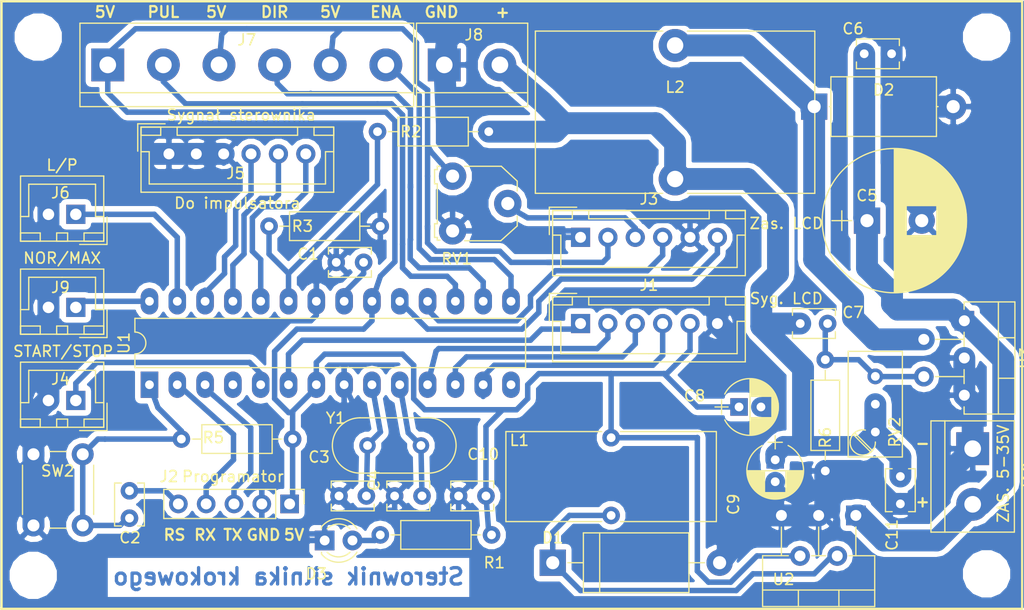
<source format=kicad_pcb>
(kicad_pcb (version 4) (host pcbnew 4.0.7)
  (layers (0 F.Cu signal hide) (31 B.Cu signal) (34 B.Paste user hide) (35 F.Paste user hide) (36 B.SilkS user hide) (37 F.SilkS user) (38 B.Mask user) (39 F.Mask user hide) (44 Edge.Cuts user hide))
  (net 0 "")
  (net 1 12V)
  (net 2 "Net-(C1-Pad1)")
  (net 3 GNDD)
  (net 4 RESET)
  (net 5 "Net-(C2-Pad2)")
  (net 6 "Net-(C3-Pad1)")
  (net 7 "Net-(C4-Pad1)")
  (net 8 "Net-(C5-Pad1)")
  (net 9 LCD_D4)
  (net 10 LCD_D5)
  (net 11 LCD_D6)
  (net 12 LCD_D7)
  (net 13 5V)
  (net 14 TX)
  (net 15 RX)
  (net 16 "Net-(J3-Pad3)")
  (net 17 LCD_RS)
  (net 18 LCD_E)
  (net 19 START)
  (net 20 SW)
  (net 21 DT)
  (net 22 CLK)
  (net 23 KIERUNEK)
  (net 24 SZYBKOSC)
  (net 25 PUL)
  (net 26 DIR)
  (net 27 ENA)
  (net 28 "Net-(C7-Pad2)")
  (net 29 "Net-(D1-Pad1)")
  (net 30 "Net-(D2-Pad1)")
  (net 31 "Net-(D3-Pad2)")
  (net 32 NAP)
  (module TerminalBlock:TerminalBlock_bornier-2_P5.08mm (layer F.Cu) (at 201.91 134.904 270)
    (fp_text reference J10 (at 2.54 -5.08 270) (layer F.SilkS))
    (fp_text value "ZAS. 5-35V" (at 2.286 -2.794 270) (layer F.SilkS))
    (pad 1 thru_hole rect (at 0 0 270) (size 3 3) (drill 1.52) (layers *.Cu *.Mask) (net 3 GNDD))
    (pad 2 thru_hole circle (at 5.08 0 270) (size 3 3) (drill 1.52) (layers *.Cu *.Mask) (net 8 "Net-(C5-Pad1)"))
  )
  (module Mounting_Holes:MountingHole_4.3mm_M4 (layer F.Cu) (at 203.18 146.334)
    (fp_text reference "" (at 0 -5.3) (layer F.SilkS))
    (fp_text value "")
    (pad "" np_thru_hole circle (at 0 0) (size 3.3 3.3) (drill 3.3) (layers *.Cu *.Mask))
  )
  (module Mounting_Holes:MountingHole_4.3mm_M4 (layer F.Cu) (at 116.11 146.47)
    (fp_text reference "" (at 0 -5.3) (layer F.SilkS))
    (fp_text value "")
    (pad "" np_thru_hole circle (at 0 0) (size 3.3 3.3) (drill 3.3) (layers *.Cu *.Mask))
  )
  (module Mounting_Holes:MountingHole_4.3mm_M4 (layer F.Cu) (at 203.18 97.312)
    (fp_text reference "" (at 0 -5.3) (layer F.SilkS))
    (fp_text value "")
    (pad "" np_thru_hole circle (at 0 0) (size 3.3 3.3) (drill 3.3) (layers *.Cu *.Mask))
  )
  (module Capacitors_THT:C_Disc_D3.8mm_W2.6mm_P2.50mm (layer F.Cu) (at 146.284 117.886 180)
    (fp_text reference C1 (at 5.08 0.762 180) (layer F.SilkS))
    (fp_text value 0.1uF)
    (pad 1 thru_hole circle (at 0 0 180) (size 1.6 1.6) (drill 0.8) (layers *.Cu *.Mask) (net 2 "Net-(C1-Pad1)"))
    (pad 2 thru_hole circle (at 2.5 0 180) (size 1.6 1.6) (drill 0.8) (layers *.Cu *.Mask) (net 3 GNDD))
  )
  (module Capacitors_THT:C_Disc_D3.8mm_W2.6mm_P2.50mm (layer F.Cu) (at 124.9 138.75 270)
    (fp_text reference C2 (at 4.282 -0.048 360) (layer F.SilkS))
    (fp_text value 0.1uF)
    (pad 1 thru_hole circle (at 0 0 270) (size 1.6 1.6) (drill 0.8) (layers *.Cu *.Mask) (net 4 RESET))
    (pad 2 thru_hole circle (at 2.5 0 270) (size 1.6 1.6) (drill 0.8) (layers *.Cu *.Mask) (net 5 "Net-(C2-Pad2)"))
  )
  (module Capacitors_THT:C_Disc_D3.8mm_W2.6mm_P2.50mm (layer F.Cu) (at 146.538 139.222 180)
    (fp_text reference C3 (at 4.318 3.556 180) (layer F.SilkS))
    (fp_text value 22pF)
    (pad 1 thru_hole circle (at 0 0 180) (size 1.6 1.6) (drill 0.8) (layers *.Cu *.Mask) (net 6 "Net-(C3-Pad1)"))
    (pad 2 thru_hole circle (at 2.5 0 180) (size 1.6 1.6) (drill 0.8) (layers *.Cu *.Mask) (net 3 GNDD))
  )
  (module Capacitors_THT:C_Disc_D3.8mm_W2.6mm_P2.50mm (layer F.Cu) (at 151.618 139.222 180)
    (fp_text reference C4 (at 4.384 1.426 270) (layer F.SilkS))
    (fp_text value 22pF)
    (pad 1 thru_hole circle (at 0 0 180) (size 1.6 1.6) (drill 0.8) (layers *.Cu *.Mask) (net 7 "Net-(C4-Pad1)"))
    (pad 2 thru_hole circle (at 2.5 0 180) (size 1.6 1.6) (drill 0.8) (layers *.Cu *.Mask) (net 3 GNDD))
  )
  (module Capacitors_THT:CP_Radial_D5.0mm_P2.00mm (layer F.Cu) (at 180.574 131.094)
    (fp_text reference C8 (at -4.064 -1.016) (layer F.SilkS))
    (fp_text value 220uF)
    (pad 1 thru_hole rect (at 0 0) (size 1.6 1.6) (drill 0.8) (layers *.Cu *.Mask) (net 13 5V))
    (pad 2 thru_hole circle (at 2 0) (size 1.6 1.6) (drill 0.8) (layers *.Cu *.Mask) (net 3 GNDD))
  )
  (module Pin_Headers:Pin_Header_Straight_1x05_Pitch2.54mm (layer F.Cu) (at 139.525 139.95 270)
    (fp_text reference J2 (at -2.506 11.021 360) (layer F.SilkS))
    (fp_text value Programator (at -2.506 5.179 360) (layer F.SilkS))
    (pad 1 thru_hole rect (at 0 0 270) (size 1.7 1.7) (drill 1) (layers *.Cu *.Mask) (net 13 5V))
    (pad 2 thru_hole oval (at 0 2.54 270) (size 1.7 1.7) (drill 1) (layers *.Cu *.Mask) (net 3 GNDD))
    (pad 3 thru_hole oval (at 0 5.08 270) (size 1.7 1.7) (drill 1) (layers *.Cu *.Mask) (net 14 TX))
    (pad 4 thru_hole oval (at 0 7.62 270) (size 1.7 1.7) (drill 1) (layers *.Cu *.Mask) (net 15 RX))
    (pad 5 thru_hole oval (at 0 10.16 270) (size 1.7 1.7) (drill 1) (layers *.Cu *.Mask) (net 4 RESET))
  )
  (module Connectors_JST:JST_XH_B02B-XH-A_02x2.50mm_Straight (layer F.Cu) (at 120 130.5 180)
    (fp_text reference J4 (at 1.402 1.946 180) (layer F.SilkS))
    (fp_text value START/STOP (at 1.148 4.486 180) (layer F.SilkS))
    (pad 1 thru_hole rect (at 0 0 180) (size 1.75 1.75) (drill 1.05) (layers *.Cu *.Mask) (net 19 START))
    (pad 2 thru_hole circle (at 2.5 0 180) (size 1.75 1.75) (drill 1.05) (layers *.Cu *.Mask) (net 3 GNDD))
  )
  (module Connectors_JST:JST_XH_B02B-XH-A_02x2.50mm_Straight (layer F.Cu) (at 120 113.5 180)
    (fp_text reference J6 (at 1.402 1.964 180) (layer F.SilkS))
    (fp_text value L/P (at 1.25 4.5 180) (layer F.SilkS))
    (pad 1 thru_hole rect (at 0 0 180) (size 1.75 1.75) (drill 1.05) (layers *.Cu *.Mask) (net 23 KIERUNEK))
    (pad 2 thru_hole circle (at 2.5 0 180) (size 1.75 1.75) (drill 1.05) (layers *.Cu *.Mask) (net 3 GNDD))
  )
  (module Connectors_JST:JST_XH_B02B-XH-A_02x2.50mm_Straight (layer F.Cu) (at 120 122 180)
    (fp_text reference J9 (at 1.402 1.828 180) (layer F.SilkS))
    (fp_text value NOR/MAX (at 1.25 4.5 180) (layer F.SilkS))
    (pad 1 thru_hole rect (at 0 0 180) (size 1.75 1.75) (drill 1.05) (layers *.Cu *.Mask) (net 24 SZYBKOSC))
    (pad 2 thru_hole circle (at 2.5 0 180) (size 1.75 1.75) (drill 1.05) (layers *.Cu *.Mask) (net 3 GNDD))
  )
  (module Resistors_THT:R_Axial_DIN0207_L6.3mm_D2.5mm_P10.16mm_Horizontal (layer F.Cu) (at 139.8 134.025 180)
    (fp_text reference R5 (at 7.232 0.137 180) (layer F.SilkS))
    (fp_text value 10k)
    (pad 1 thru_hole circle (at 0 0 180) (size 1.6 1.6) (drill 0.8) (layers *.Cu *.Mask) (net 13 5V))
    (pad 2 thru_hole oval (at 10.16 0 180) (size 1.6 1.6) (drill 0.8) (layers *.Cu *.Mask) (net 5 "Net-(C2-Pad2)"))
  )
  (module Resistors_THT:R_Axial_DIN0207_L6.3mm_D2.5mm_P10.16mm_Horizontal (layer F.Cu) (at 188.448 126.776 270)
    (fp_text reference R6 (at 7.112 0 270) (layer F.SilkS))
    (fp_text value 470R)
    (pad 1 thru_hole circle (at 0 0 270) (size 1.6 1.6) (drill 0.8) (layers *.Cu *.Mask) (net 28 "Net-(C7-Pad2)"))
    (pad 2 thru_hole oval (at 10.16 0 270) (size 1.6 1.6) (drill 0.8) (layers *.Cu *.Mask) (net 3 GNDD))
  )
  (module Potentiometers:Potentiometer_Triwood_RM-065 (layer F.Cu) (at 154.412 110.012 270)
    (fp_text reference RV1 (at 7.5438 -0.381 360) (layer F.SilkS))
    (fp_text value 10k)
    (pad 2 thru_hole circle (at 2.5 -5.04 270) (size 2.5 2.5) (drill 1.2) (layers *.Cu *.Mask) (net 16 "Net-(J3-Pad3)"))
    (pad 3 thru_hole circle (at 5 0 270) (size 2.5 2.5) (drill 1.2) (layers *.Cu *.Mask) (net 3 GNDD))
    (pad 1 thru_hole circle (at 0 0 270) (size 2.5 2.5) (drill 1.2) (layers *.Cu *.Mask) (net 13 5V))
  )
  (module Potentiometers:Potentiometer_Trimmer_Bourns_3296W (layer F.Cu) (at 193.02 133.38 270)
    (fp_text reference RV2 (at 0 -1.778 270) (layer F.SilkS))
    (fp_text value 10k)
    (pad 1 thru_hole circle (at 0 0 270) (size 1.44 1.44) (drill 0.8) (layers *.Cu *.Mask) (net 1 12V))
    (pad 2 thru_hole circle (at -2.54 0 270) (size 1.44 1.44) (drill 0.8) (layers *.Cu *.Mask) (net 1 12V))
    (pad 3 thru_hole circle (at -5.08 0 270) (size 1.44 1.44) (drill 0.8) (layers *.Cu *.Mask) (net 28 "Net-(C7-Pad2)"))
  )
  (module Buttons_Switches_THT:SW_PUSH_6mm (layer F.Cu) (at 120.63 135.412 270)
    (fp_text reference SW2 (at 1.524 2.286 360) (layer F.SilkS))
    (fp_text value SWITCH)
    (pad 2 thru_hole circle (at 0 4.5) (size 2 2) (drill 1.1) (layers *.Cu *.Mask) (net 3 GNDD))
    (pad 1 thru_hole circle (at 0 0) (size 2 2) (drill 1.1) (layers *.Cu *.Mask) (net 5 "Net-(C2-Pad2)"))
    (pad 2 thru_hole circle (at 6.5 4.5) (size 2 2) (drill 1.1) (layers *.Cu *.Mask) (net 3 GNDD))
    (pad 1 thru_hole circle (at 6.5 0) (size 2 2) (drill 1.1) (layers *.Cu *.Mask) (net 5 "Net-(C2-Pad2)"))
  )
  (module Crystals:Crystal_HC49-U_Vertical (layer F.Cu) (at 151.52 134.61 180)
    (fp_text reference Y1 (at 7.776 2.5 180) (layer F.SilkS))
    (fp_text value Crystal)
    (pad 1 thru_hole circle (at 0 0 180) (size 1.5 1.5) (drill 0.8) (layers *.Cu *.Mask) (net 7 "Net-(C4-Pad1)"))
    (pad 2 thru_hole circle (at 4.88 0 180) (size 1.5 1.5) (drill 0.8) (layers *.Cu *.Mask) (net 6 "Net-(C3-Pad1)"))
  )
  (module TerminalBlock:TerminalBlock_bornier-6_P5.08mm (layer F.Cu) (at 122.916 99.852)
    (fp_text reference J7 (at 12.7 -2.286) (layer F.SilkS))
    (fp_text value "Sygnał sterownika" (at 12.192 4.572) (layer F.SilkS))
    (pad 2 thru_hole circle (at 5.08 0) (size 3 3) (drill 1.52) (layers *.Cu *.Mask) (net 25 PUL))
    (pad 3 thru_hole circle (at 10.16 0) (size 3 3) (drill 1.52) (layers *.Cu *.Mask) (net 13 5V))
    (pad 1 thru_hole rect (at 0 0) (size 3 3) (drill 1.52) (layers *.Cu *.Mask) (net 13 5V))
    (pad 4 thru_hole circle (at 15.24 0) (size 3 3) (drill 1.52) (layers *.Cu *.Mask) (net 26 DIR))
    (pad 5 thru_hole circle (at 20.32 0) (size 3 3) (drill 1.52) (layers *.Cu *.Mask) (net 13 5V))
    (pad 6 thru_hole circle (at 25.4 0) (size 3 3) (drill 1.52) (layers *.Cu *.Mask) (net 27 ENA))
  )
  (module TerminalBlock:TerminalBlock_bornier-2_P5.08mm (layer F.Cu) (at 153.65 99.852)
    (fp_text reference J8 (at 2.704 -2.742) (layer F.SilkS))
    (fp_text value "Zasilanie silników 3,2-35V")
    (pad 1 thru_hole rect (at 0 0) (size 3 3) (drill 1.52) (layers *.Cu *.Mask) (net 3 GNDD))
    (pad 2 thru_hole circle (at 5.08 0) (size 3 3) (drill 1.52) (layers *.Cu *.Mask) (net 1 12V))
  )
  (module Housings_DIP:DIP-28_W7.62mm_LongPads (layer F.Cu) (at 126.726 129.062 90)
    (fp_text reference U1 (at 3.81 -2.33 90) (layer F.SilkS))
    (fp_text value ATMEGA328P-PU)
    (pad 1 thru_hole rect (at 0 0 90) (size 2.4 1.6) (drill 0.8) (layers *.Cu *.Mask) (net 5 "Net-(C2-Pad2)"))
    (pad 15 thru_hole oval (at 7.62 33.02 90) (size 2.4 1.6) (drill 0.8) (layers *.Cu *.Mask) (net 27 ENA))
    (pad 2 thru_hole oval (at 0 2.54 90) (size 2.4 1.6) (drill 0.8) (layers *.Cu *.Mask) (net 15 RX))
    (pad 16 thru_hole oval (at 7.62 30.48 90) (size 2.4 1.6) (drill 0.8) (layers *.Cu *.Mask) (net 26 DIR))
    (pad 3 thru_hole oval (at 0 5.08 90) (size 2.4 1.6) (drill 0.8) (layers *.Cu *.Mask) (net 14 TX))
    (pad 17 thru_hole oval (at 7.62 27.94 90) (size 2.4 1.6) (drill 0.8) (layers *.Cu *.Mask) (net 25 PUL))
    (pad 4 thru_hole oval (at 0 7.62 90) (size 2.4 1.6) (drill 0.8) (layers *.Cu *.Mask))
    (pad 18 thru_hole oval (at 7.62 25.4 90) (size 2.4 1.6) (drill 0.8) (layers *.Cu *.Mask) (net 17 LCD_RS))
    (pad 5 thru_hole oval (at 0 10.16 90) (size 2.4 1.6) (drill 0.8) (layers *.Cu *.Mask) (net 19 START))
    (pad 19 thru_hole oval (at 7.62 22.86 90) (size 2.4 1.6) (drill 0.8) (layers *.Cu *.Mask) (net 18 LCD_E))
    (pad 6 thru_hole oval (at 0 12.7 90) (size 2.4 1.6) (drill 0.8) (layers *.Cu *.Mask) (net 9 LCD_D4))
    (pad 20 thru_hole oval (at 7.62 20.32 90) (size 2.4 1.6) (drill 0.8) (layers *.Cu *.Mask) (net 13 5V))
    (pad 7 thru_hole oval (at 0 15.24 90) (size 2.4 1.6) (drill 0.8) (layers *.Cu *.Mask) (net 13 5V))
    (pad 21 thru_hole oval (at 7.62 17.78 90) (size 2.4 1.6) (drill 0.8) (layers *.Cu *.Mask) (net 2 "Net-(C1-Pad1)"))
    (pad 8 thru_hole oval (at 0 17.78 90) (size 2.4 1.6) (drill 0.8) (layers *.Cu *.Mask) (net 3 GNDD))
    (pad 22 thru_hole oval (at 7.62 15.24 90) (size 2.4 1.6) (drill 0.8) (layers *.Cu *.Mask) (net 3 GNDD))
    (pad 9 thru_hole oval (at 0 20.32 90) (size 2.4 1.6) (drill 0.8) (layers *.Cu *.Mask) (net 6 "Net-(C3-Pad1)"))
    (pad 23 thru_hole oval (at 7.62 12.7 90) (size 2.4 1.6) (drill 0.8) (layers *.Cu *.Mask) (net 32 NAP))
    (pad 10 thru_hole oval (at 0 22.86 90) (size 2.4 1.6) (drill 0.8) (layers *.Cu *.Mask) (net 7 "Net-(C4-Pad1)"))
    (pad 24 thru_hole oval (at 7.62 10.16 90) (size 2.4 1.6) (drill 0.8) (layers *.Cu *.Mask) (net 22 CLK))
    (pad 11 thru_hole oval (at 0 25.4 90) (size 2.4 1.6) (drill 0.8) (layers *.Cu *.Mask) (net 10 LCD_D5))
    (pad 25 thru_hole oval (at 7.62 7.62 90) (size 2.4 1.6) (drill 0.8) (layers *.Cu *.Mask) (net 21 DT))
    (pad 12 thru_hole oval (at 0 27.94 90) (size 2.4 1.6) (drill 0.8) (layers *.Cu *.Mask) (net 11 LCD_D6))
    (pad 26 thru_hole oval (at 7.62 5.08 90) (size 2.4 1.6) (drill 0.8) (layers *.Cu *.Mask) (net 20 SW))
    (pad 13 thru_hole oval (at 0 30.48 90) (size 2.4 1.6) (drill 0.8) (layers *.Cu *.Mask) (net 12 LCD_D7))
    (pad 27 thru_hole oval (at 7.62 2.54 90) (size 2.4 1.6) (drill 0.8) (layers *.Cu *.Mask) (net 23 KIERUNEK))
    (pad 14 thru_hole oval (at 0 33.02 90) (size 2.4 1.6) (drill 0.8) (layers *.Cu *.Mask))
    (pad 28 thru_hole oval (at 7.62 0 90) (size 2.4 1.6) (drill 0.8) (layers *.Cu *.Mask) (net 24 SZYBKOSC))
  )
  (module Mounting_Holes:MountingHole_4.3mm_M4 (layer F.Cu) (at 116.566 97.312)
    (fp_text reference REF** (at 0 -5.3) (layer F.SilkS))
    (fp_text value "")
    (pad "" np_thru_hole circle (at 0 0) (size 3.3 3.3) (drill 3.3) (layers *.Cu *.Mask))
  )
  (module Inductors_THT:L_Toroid_Vertical_L19.1mm_W8.1mm_P7.10mm_Bourns_5700 (layer F.Cu) (at 168.89 141 180)
    (fp_text reference L1 (at 8.382 6.858 180) (layer F.SilkS))
    (fp_text value 33uH)
    (pad 1 thru_hole circle (at 0 0 180) (size 1.6 1.6) (drill 0.8) (layers *.Cu *.Mask) (net 29 "Net-(D1-Pad1)"))
    (pad 2 thru_hole circle (at 0 7.1 180) (size 1.6 1.6) (drill 0.8) (layers *.Cu *.Mask) (net 13 5V))
  )
  (module Capacitors_THT:CP_Radial_D5.0mm_P2.00mm (layer F.Cu) (at 183.876 135.92 270)
    (fp_text reference C9 (at 4.064 3.81 270) (layer F.SilkS))
    (fp_text value 220uF)
    (pad 1 thru_hole rect (at 0 0 270) (size 1.6 1.6) (drill 0.8) (layers *.Cu *.Mask) (net 1 12V))
    (pad 2 thru_hole circle (at 2 0 270) (size 1.6 1.6) (drill 0.8) (layers *.Cu *.Mask) (net 3 GNDD))
  )
  (module Diodes_THT:D_DO-27_P15.24mm_Horizontal (layer F.Cu) (at 163.556 145.318)
    (fp_text reference D1 (at 0 -2.286) (layer F.SilkS))
    (fp_text value 1N5824)
    (pad 1 thru_hole rect (at 0 0) (size 2.4 2.4) (drill 1.2) (layers *.Cu *.Mask) (net 29 "Net-(D1-Pad1)"))
    (pad 2 thru_hole oval (at 15.24 0) (size 2.4 2.4) (drill 1.2) (layers *.Cu *.Mask) (net 3 GNDD))
  )
  (module TO_SOT_Packages_THT:TO-220-5_Vertical_StaggeredType1 (layer F.Cu) (at 191.242 141 180)
    (fp_text reference U2 (at 6.604 -5.842 180) (layer F.SilkS))
    (fp_text value LM2596)
    (pad 1 thru_hole rect (at 0 0 180) (size 1.8 1.8) (drill 1) (layers *.Cu *.Mask) (net 8 "Net-(C5-Pad1)"))
    (pad 2 thru_hole oval (at 1.7 -3.7 180) (size 1.8 1.8) (drill 1) (layers *.Cu *.Mask) (net 29 "Net-(D1-Pad1)"))
    (pad 3 thru_hole oval (at 3.4 0 180) (size 1.8 1.8) (drill 1) (layers *.Cu *.Mask) (net 3 GNDD))
    (pad 4 thru_hole oval (at 5.1 -3.7 180) (size 1.8 1.8) (drill 1) (layers *.Cu *.Mask) (net 13 5V))
    (pad 5 thru_hole oval (at 6.8 0 180) (size 1.8 1.8) (drill 1) (layers *.Cu *.Mask) (net 3 GNDD))
  )
  (module TO_SOT_Packages_THT:TO-220-5_Vertical_StaggeredType2 (layer F.Cu) (at 201.148 123.22 270)
    (fp_text reference U3 (at 3.4 -5.62 270) (layer F.SilkS))
    (fp_text value LM2596)
    (pad 1 thru_hole rect (at 0 0 270) (size 1.8 1.8) (drill 1) (layers *.Cu *.Mask) (net 8 "Net-(C5-Pad1)"))
    (pad 2 thru_hole oval (at 1.7 3.7 270) (size 1.8 1.8) (drill 1) (layers *.Cu *.Mask) (net 30 "Net-(D2-Pad1)"))
    (pad 3 thru_hole oval (at 3.4 0 270) (size 1.8 1.8) (drill 1) (layers *.Cu *.Mask) (net 3 GNDD))
    (pad 4 thru_hole oval (at 5.1 3.7 270) (size 1.8 1.8) (drill 1) (layers *.Cu *.Mask) (net 28 "Net-(C7-Pad2)"))
    (pad 5 thru_hole oval (at 6.8 0 270) (size 1.8 1.8) (drill 1) (layers *.Cu *.Mask) (net 3 GNDD))
  )
  (module Capacitors_THT:CP_Radial_D13.0mm_P5.00mm (layer F.Cu) (at 192.258 114.076)
    (fp_text reference C5 (at 0 -2.286) (layer F.SilkS))
    (fp_text value 1000uF)
    (pad 1 thru_hole rect (at 0 0) (size 2.4 2.4) (drill 1.2) (layers *.Cu *.Mask) (net 8 "Net-(C5-Pad1)"))
    (pad 2 thru_hole circle (at 5 0) (size 2.4 2.4) (drill 1.2) (layers *.Cu *.Mask) (net 3 GNDD))
  )
  (module Capacitors_THT:C_Disc_D3.8mm_W2.6mm_P2.50mm (layer F.Cu) (at 186.162 123.474)
    (fp_text reference C7 (at 4.826 -1.016) (layer F.SilkS))
    (fp_text value 4,7nF)
    (pad 1 thru_hole circle (at 0 0) (size 1.6 1.6) (drill 0.8) (layers *.Cu *.Mask) (net 1 12V))
    (pad 2 thru_hole circle (at 2.5 0) (size 1.6 1.6) (drill 0.8) (layers *.Cu *.Mask) (net 28 "Net-(C7-Pad2)"))
  )
  (module Capacitors_THT:C_Disc_D3.8mm_W2.6mm_P2.50mm (layer F.Cu) (at 192.004 98.836)
    (fp_text reference C6 (at -1.016 -2.286) (layer F.SilkS))
    (fp_text value 0.1uF)
    (pad 1 thru_hole circle (at 0 0) (size 1.6 1.6) (drill 0.8) (layers *.Cu *.Mask) (net 8 "Net-(C5-Pad1)"))
    (pad 2 thru_hole circle (at 2.5 0) (size 1.6 1.6) (drill 0.8) (layers *.Cu *.Mask) (net 3 GNDD))
  )
  (module Capacitors_THT:C_Disc_D3.8mm_W2.6mm_P2.50mm (layer F.Cu) (at 157.46 139.222 180)
    (fp_text reference C10 (at 0.254 3.81 180) (layer F.SilkS))
    (fp_text value 0.1uF)
    (pad 1 thru_hole circle (at 0 0 180) (size 1.6 1.6) (drill 0.8) (layers *.Cu *.Mask) (net 13 5V))
    (pad 2 thru_hole circle (at 2.5 0 180) (size 1.6 1.6) (drill 0.8) (layers *.Cu *.Mask) (net 3 GNDD))
  )
  (module Capacitors_THT:C_Disc_D3.8mm_W2.6mm_P2.50mm (layer F.Cu) (at 195.306 137.444 270)
    (fp_text reference C11 (at 5.334 0.762 270) (layer F.SilkS))
    (fp_text value 0.1uF)
    (pad 1 thru_hole circle (at 0 0 270) (size 1.6 1.6) (drill 0.8) (layers *.Cu *.Mask) (net 1 12V))
    (pad 2 thru_hole circle (at 2.5 0 270) (size 1.6 1.6) (drill 0.8) (layers *.Cu *.Mask) (net 3 GNDD))
  )
  (module Inductors_THT:L_Toroid_Vertical_L25.4mm_W14.7mm_P12.20mm_Vishay_TJ5_BigPads (layer F.Cu) (at 174.732 98.074)
    (fp_text reference L2 (at 0 3.81) (layer F.SilkS))
    (fp_text value 68uH)
    (pad 1 thru_hole circle (at 0 0) (size 3 3) (drill 1.5) (layers *.Cu *.Mask) (net 30 "Net-(D2-Pad1)"))
    (pad 2 thru_hole circle (at 0 12.2) (size 3 3) (drill 1.5) (layers *.Cu *.Mask) (net 1 12V))
  )
  (module LEDs:LED_D3.0mm (layer F.Cu) (at 142.728 143.286)
    (fp_text reference D3 (at -0.762 3.048) (layer F.SilkS))
    (fp_text value LED)
    (pad 1 thru_hole rect (at 0 0) (size 1.8 1.8) (drill 0.9) (layers *.Cu *.Mask) (net 3 GNDD))
    (pad 2 thru_hole circle (at 2.54 0) (size 1.8 1.8) (drill 0.9) (layers *.Cu *.Mask) (net 31 "Net-(D3-Pad2)"))
  )
  (module Resistors_THT:R_Axial_DIN0207_L6.3mm_D2.5mm_P10.16mm_Horizontal (layer F.Cu) (at 157.968 142.778 180)
    (fp_text reference R1 (at -0.254 -2.54 180) (layer F.SilkS))
    (fp_text value 470R)
    (pad 1 thru_hole circle (at 0 0 180) (size 1.6 1.6) (drill 0.8) (layers *.Cu *.Mask) (net 13 5V))
    (pad 2 thru_hole oval (at 10.16 0 180) (size 1.6 1.6) (drill 0.8) (layers *.Cu *.Mask) (net 31 "Net-(D3-Pad2)"))
  )
  (module Resistors_THT:R_Axial_DIN0207_L6.3mm_D2.5mm_P10.16mm_Horizontal (layer F.Cu) (at 137.648 114.584)
    (fp_text reference R3 (at 3.048 0) (layer F.SilkS))
    (fp_text value 2k)
    (pad 1 thru_hole circle (at 0 0) (size 1.6 1.6) (drill 0.8) (layers *.Cu *.Mask) (net 32 NAP))
    (pad 2 thru_hole oval (at 10.16 0) (size 1.6 1.6) (drill 0.8) (layers *.Cu *.Mask) (net 3 GNDD))
  )
  (module Connectors_JST:JST_XH_B06B-XH-A_06x2.50mm_Straight (layer F.Cu) (at 166.096 123.474)
    (fp_text reference J1 (at 6.25 -3.5) (layer F.SilkS))
    (fp_text value "Syg. LCD" (at 18.796 -2.286) (layer F.SilkS))
    (pad 1 thru_hole rect (at 0 0) (size 1.75 1.75) (drill 1) (layers *.Cu *.Mask) (net 9 LCD_D4))
    (pad 2 thru_hole circle (at 2.5 0) (size 1.75 1.75) (drill 1) (layers *.Cu *.Mask) (net 10 LCD_D5))
    (pad 3 thru_hole circle (at 5 0) (size 1.75 1.75) (drill 1) (layers *.Cu *.Mask) (net 11 LCD_D6))
    (pad 4 thru_hole circle (at 7.5 0) (size 1.75 1.75) (drill 1) (layers *.Cu *.Mask) (net 12 LCD_D7))
    (pad 5 thru_hole circle (at 10 0) (size 1.75 1.75) (drill 1) (layers *.Cu *.Mask) (net 13 5V))
    (pad 6 thru_hole circle (at 12.5 0) (size 1.75 1.75) (drill 1) (layers *.Cu *.Mask) (net 3 GNDD))
  )
  (module Connectors_JST:JST_XH_B06B-XH-A_06x2.50mm_Straight (layer F.Cu) (at 166.096 115.6)
    (fp_text reference J3 (at 6.25 -3.5) (layer F.SilkS))
    (fp_text value "Zas. LCD" (at 18.796 -1.27) (layer F.SilkS))
    (pad 1 thru_hole rect (at 0 0) (size 1.75 1.75) (drill 1) (layers *.Cu *.Mask) (net 3 GNDD))
    (pad 2 thru_hole circle (at 2.5 0) (size 1.75 1.75) (drill 1) (layers *.Cu *.Mask) (net 13 5V))
    (pad 3 thru_hole circle (at 5 0) (size 1.75 1.75) (drill 1) (layers *.Cu *.Mask) (net 16 "Net-(J3-Pad3)"))
    (pad 4 thru_hole circle (at 7.5 0) (size 1.75 1.75) (drill 1) (layers *.Cu *.Mask) (net 17 LCD_RS))
    (pad 5 thru_hole circle (at 10 0) (size 1.75 1.75) (drill 1) (layers *.Cu *.Mask) (net 3 GNDD))
    (pad 6 thru_hole circle (at 12.5 0) (size 1.75 1.75) (drill 1) (layers *.Cu *.Mask) (net 18 LCD_E))
  )
  (module Connectors_JST:JST_XH_B06B-XH-A_06x2.50mm_Straight (layer F.Cu) (at 128.504 107.98)
    (fp_text reference J5 (at 6.096 1.778) (layer F.SilkS))
    (fp_text value "Do impulsatora" (at 6.25 4.5) (layer F.SilkS))
    (pad 1 thru_hole rect (at 0 0) (size 1.75 1.75) (drill 1) (layers *.Cu *.Mask) (net 3 GNDD))
    (pad 2 thru_hole circle (at 2.5 0) (size 1.75 1.75) (drill 1) (layers *.Cu *.Mask) (net 3 GNDD))
    (pad 3 thru_hole circle (at 5 0) (size 1.75 1.75) (drill 1) (layers *.Cu *.Mask) (net 3 GNDD))
    (pad 4 thru_hole circle (at 7.5 0) (size 1.75 1.75) (drill 1) (layers *.Cu *.Mask) (net 20 SW))
    (pad 5 thru_hole circle (at 10 0) (size 1.75 1.75) (drill 1) (layers *.Cu *.Mask) (net 21 DT))
    (pad 6 thru_hole circle (at 12.5 0) (size 1.75 1.75) (drill 1) (layers *.Cu *.Mask) (net 22 CLK))
  )
  (module Resistors_THT:R_Axial_DIN0207_L6.3mm_D2.5mm_P10.16mm_Horizontal (layer F.Cu) (at 157.714 105.948 180)
    (fp_text reference R2 (at 7.112 0 180) (layer F.SilkS))
    (fp_text value 10k)
    (pad 1 thru_hole circle (at 0 0 180) (size 1.6 1.6) (drill 0.8) (layers *.Cu *.Mask) (net 1 12V))
    (pad 2 thru_hole oval (at 10.16 0 180) (size 1.6 1.6) (drill 0.8) (layers *.Cu *.Mask) (net 32 NAP))
  )
  (module Diodes_THT:D_DO-27_P12.70mm_Horizontal (layer F.Cu) (at 187.432 103.662)
    (fp_text reference D2 (at 6.35 -1.524) (layer F.SilkS))
    (fp_text value 1N5824)
    (pad 1 thru_hole rect (at 0 0) (size 2.4 2.4) (drill 1.2) (layers *.Cu *.Mask) (net 30 "Net-(D2-Pad1)"))
    (pad 2 thru_hole oval (at 12.7 0) (size 2.4 2.4) (drill 1.2) (layers *.Cu *.Mask) (net 3 GNDD))
  )
  (gr_text - (at 197.338 134.396) (layer F.SilkS) (effects (font (size 1 1) (thickness 0.2))))
  (gr_text + (at 197.338 139.73) (layer F.SilkS) (effects (font (size 1 1) (thickness 0.2))))
  (gr_text + (at 158.984 95.026) (layer F.SilkS) (effects (font (size 1 1) (thickness 0.2))))
  (gr_text GND (at 153.396 95.026) (layer F.SilkS) (effects (font (size 1 1) (thickness 0.2))))
  (gr_text PUL (at 127.996 95.026) (layer F.SilkS) (effects (font (size 1 1) (thickness 0.2))))
  (gr_text DIR (at 138.156 95.026) (layer F.SilkS) (effects (font (size 1 1) (thickness 0.2))))
  (gr_text ENA (at 148.316 95.026) (layer F.SilkS) (effects (font (size 1 1) (thickness 0.2))))
  (gr_text 5V (at 143.236 95.026) (layer F.SilkS) (effects (font (size 1 1) (thickness 0.2))))
  (gr_text 5V (at 132.822 95.026) (layer F.SilkS) (effects (font (size 1 1) (thickness 0.2))))
  (gr_text 5V (at 122.662 95.026) (layer F.SilkS) (effects (font (size 1 1) (thickness 0.2))))
  (gr_text RS (at 129.012 142.778) (layer F.SilkS) (effects (font (size 1 1) (thickness 0.2))))
  (gr_text RX (at 131.806 142.778) (layer F.SilkS) (effects (font (size 1 1) (thickness 0.2))))
  (gr_text TX (at 134.346 142.778) (layer F.SilkS) (effects (font (size 1 1) (thickness 0.2))))
  (gr_text GND (at 137.14 142.778) (layer F.SilkS) (effects (font (size 1 1) (thickness 0.2))))
  (gr_text 5V (at 139.934 142.778) (layer F.SilkS) (effects (font (size 1 1) (thickness 0.2))))
  (gr_text "Sterownik silnika krokowego" (at 139.426 146.588) (layer B.Cu) (effects (font (size 1.5 1.5) (thickness 0.3)) (justify mirror)))
  (gr_line (start 113.225 94.025) (end 113.175 94.025) (angle 90) (layer F.SilkS) (width 0.2))
  (gr_line (start 113.225 149.55) (end 113.225 94.025) (angle 90) (layer F.SilkS) (width 0.2))
  (gr_line (start 113.575 94.05) (end 113.175 94.05) (angle 90) (layer F.SilkS) (width 0.2))
  (gr_line (start 206.425 149.525) (end 113.175 149.525) (angle 90) (layer F.SilkS) (width 0.2))
  (gr_line (start 206.425 94.05) (end 206.425 149.525) (angle 90) (layer F.SilkS) (width 0.2))
  (gr_line (start 113.425 94.05) (end 206.425 94.05) (angle 90) (layer F.SilkS) (width 0.2))
  (segment (start 157.714 105.948) (end 163.786 105.948) (width 2) (layer B.Cu) (net 1))
  (segment (start 163.786 105.948) (end 164.56 105.174) (width 2) (layer B.Cu) (net 1))
  (segment (start 186.162 123.474) (end 182.86 123.474) (width 2) (layer B.Cu) (net 1))
  (segment (start 182.86 123.474) (end 182.606 123.728) (width 2) (layer B.Cu) (net 1))
  (segment (start 186.416 134.65) (end 186.416 127.538) (width 2) (layer B.Cu) (net 1))
  (segment (start 181.344 110.274) (end 174.732 110.274) (width 2) (layer B.Cu) (net 1))
  (segment (start 184.13 113.06) (end 181.344 110.274) (width 2) (layer B.Cu) (net 1))
  (segment (start 184.13 118.902) (end 184.13 113.06) (width 2) (layer B.Cu) (net 1))
  (segment (start 182.606 120.426) (end 184.13 118.902) (width 2) (layer B.Cu) (net 1))
  (segment (start 182.606 123.728) (end 182.606 120.426) (width 2) (layer B.Cu) (net 1))
  (segment (start 186.416 127.538) (end 182.606 123.728) (width 2) (layer B.Cu) (net 1))
  (segment (start 183.876 135.92) (end 183.876 135.412) (width 1.8) (layer B.Cu) (net 1))
  (segment (start 183.876 135.412) (end 184.638 134.65) (width 1.8) (layer B.Cu) (net 1))
  (segment (start 184.638 134.65) (end 186.416 134.65) (width 1.8) (layer B.Cu) (net 1))
  (segment (start 186.416 134.65) (end 191.75 134.65) (width 1.8) (layer B.Cu) (net 1))
  (segment (start 191.75 134.65) (end 193.02 133.38) (width 1.8) (layer B.Cu) (net 1))
  (segment (start 174.732 110.274) (end 174.732 106.964) (width 2) (layer B.Cu) (net 1))
  (segment (start 164.56 105.174) (end 164.572 105.186) (width 2) (layer B.Cu) (net 1))
  (segment (start 163.302 103.916) (end 164.572 105.186) (width 2) (layer B.Cu) (net 1))
  (segment (start 172.942 105.174) (end 164.56 105.174) (width 2) (layer B.Cu) (net 1))
  (segment (start 174.732 106.964) (end 172.942 105.174) (width 2) (layer B.Cu) (net 1))
  (segment (start 195.306 137.444) (end 195.306 135.666) (width 2) (layer B.Cu) (net 1))
  (segment (start 195.306 135.666) (end 193.02 133.38) (width 2) (layer B.Cu) (net 1))
  (segment (start 162.63 103.244) (end 163.302 103.916) (width 2) (layer B.Cu) (net 1))
  (segment (start 162.63 103.244) (end 158.73 99.852) (width 2) (layer B.Cu) (net 1))
  (segment (start 193.02 130.84) (end 193.02 133.38) (width 2) (layer B.Cu) (net 1))
  (segment (start 175.58 111.225) (end 175.58 109.672) (width 0.5) (layer B.Cu) (net 1))
  (segment (start 144.506 121.442) (end 144.506 120.68) (width 0.5) (layer B.Cu) (net 2))
  (segment (start 144.506 120.68) (end 146.284 118.902) (width 0.5) (layer B.Cu) (net 2))
  (segment (start 146.284 118.902) (end 146.284 117.886) (width 0.5) (layer B.Cu) (net 2))
  (segment (start 146.564 117.606) (end 146.284 117.886) (width 0.5) (layer B.Cu) (net 2))
  (segment (start 143.784 117.886) (end 143.784 116.576) (width 0.5) (layer B.Cu) (net 3))
  (segment (start 145.776 114.584) (end 147.808 114.584) (width 0.5) (layer B.Cu) (net 3))
  (segment (start 143.784 116.576) (end 145.776 114.584) (width 0.5) (layer B.Cu) (net 3))
  (segment (start 131.004 107.98) (end 128.504 107.98) (width 2) (layer B.Cu) (net 3))
  (segment (start 131.004 107.98) (end 133.504 107.98) (width 2) (layer B.Cu) (net 3))
  (segment (start 200.132 103.662) (end 194.504 103.662) (width 2) (layer B.Cu) (net 3))
  (segment (start 194.504 103.662) (end 194.798 103.662) (width 2) (layer B.Cu) (net 3))
  (segment (start 194.798 103.662) (end 194.504 103.662) (width 2) (layer B.Cu) (net 3))
  (segment (start 194.504 101.082) (end 194.504 103.662) (width 2) (layer B.Cu) (net 3))
  (segment (start 194.504 103.662) (end 194.504 108.702) (width 2) (layer B.Cu) (net 3))
  (segment (start 194.504 98.836) (end 194.504 101.082) (width 2) (layer B.Cu) (net 3))
  (segment (start 197.258 111.456) (end 197.258 114.076) (width 2) (layer B.Cu) (net 3))
  (segment (start 194.504 108.702) (end 197.258 111.456) (width 2) (layer B.Cu) (net 3))
  (segment (start 141.966 121.442) (end 141.966 119.704) (width 0.5) (layer B.Cu) (net 3))
  (segment (start 141.966 119.704) (end 143.744 117.926) (width 0.5) (layer B.Cu) (net 3))
  (segment (start 153.65 99.852) (end 153.904 105.44) (width 2) (layer B.Cu) (net 3))
  (segment (start 157.206 108.742) (end 158.73 108.742) (width 2) (layer B.Cu) (net 3))
  (segment (start 153.904 105.44) (end 157.206 108.742) (width 2) (layer B.Cu) (net 3))
  (segment (start 178.596 123.474) (end 178.596 120.626) (width 2) (layer B.Cu) (net 3))
  (segment (start 180.32 113.314) (end 176.002 113.314) (width 2) (layer B.Cu) (net 3))
  (segment (start 181.59 114.584) (end 180.32 113.314) (width 2) (layer B.Cu) (net 3))
  (segment (start 181.59 117.632) (end 181.59 114.584) (width 2) (layer B.Cu) (net 3))
  (segment (start 178.596 120.626) (end 181.59 117.632) (width 2) (layer B.Cu) (net 3))
  (segment (start 183.622 132.364) (end 183.622 128.5) (width 2) (layer B.Cu) (net 3))
  (segment (start 183.622 128.5) (end 178.596 123.474) (width 2) (layer B.Cu) (net 3))
  (segment (start 154.412 115.012) (end 165.508 115.012) (width 0.5) (layer B.Cu) (net 3))
  (segment (start 165.508 115.012) (end 166.096 115.6) (width 0.5) (layer B.Cu) (net 3))
  (segment (start 154.412 115.012) (end 154.412 113.06) (width 0.5) (layer B.Cu) (net 3))
  (segment (start 154.412 113.06) (end 158.73 108.742) (width 0.5) (layer B.Cu) (net 3))
  (segment (start 155 115.6) (end 154.412 115.012) (width 0.5) (layer B.Cu) (net 3))
  (segment (start 182.574 131.094) (end 183.368 131.094) (width 1.8) (layer B.Cu) (net 3))
  (segment (start 183.368 131.094) (end 183.622 131.348) (width 1.8) (layer B.Cu) (net 3))
  (segment (start 183.622 131.348) (end 183.622 132.364) (width 1.8) (layer B.Cu) (net 3))
  (segment (start 183.622 132.364) (end 181.082 134.904) (width 1.8) (layer B.Cu) (net 3))
  (segment (start 181.082 134.904) (end 181.082 142.542143) (width 1.8) (layer B.Cu) (net 3))
  (segment (start 141.966 121.442) (end 141.966 122.712) (width 0.5) (layer B.Cu) (net 3))
  (segment (start 121.646 123.728) (end 117.5 123.728) (width 0.5) (layer B.Cu) (net 3))
  (segment (start 122.154 123.22) (end 121.646 123.728) (width 0.5) (layer B.Cu) (net 3))
  (segment (start 141.458 123.22) (end 122.154 123.22) (width 0.5) (layer B.Cu) (net 3))
  (segment (start 141.966 122.712) (end 141.458 123.22) (width 0.5) (layer B.Cu) (net 3))
  (segment (start 176.002 113.314) (end 172.7 113.314) (width 2) (layer B.Cu) (net 3))
  (segment (start 168.128 108.742) (end 158.73 108.742) (width 2) (layer B.Cu) (net 3))
  (segment (start 172.7 113.314) (end 168.128 108.742) (width 2) (layer B.Cu) (net 3))
  (segment (start 143.768 117.902) (end 143.784 117.886) (width 0.5) (layer B.Cu) (net 3))
  (segment (start 143.16 132.79) (end 143.16 138.344) (width 0.5) (layer B.Cu) (net 3))
  (segment (start 145.28 130.67) (end 143.16 132.79) (width 0.5) (layer B.Cu) (net 3))
  (segment (start 144.506 129.062) (end 145.28 130.67) (width 0.5) (layer B.Cu) (net 3))
  (segment (start 143.16 138.344) (end 144.038 139.222) (width 0.5) (layer B.Cu) (net 3))
  (segment (start 142.728 143.286) (end 142.728 140.532) (width 0.5) (layer B.Cu) (net 3))
  (segment (start 142.728 140.532) (end 144.038 139.222) (width 0.5) (layer B.Cu) (net 3))
  (segment (start 136.378 142.6855) (end 142.1275 142.6855) (width 0.5) (layer B.Cu) (net 3))
  (segment (start 142.1275 142.6855) (end 142.728 143.286) (width 0.5) (layer B.Cu) (net 3))
  (segment (start 144.038 139.222) (end 144.038 139.516) (width 0.5) (layer B.Cu) (net 3))
  (segment (start 144.038 139.516) (end 145.054 140.532) (width 0.5) (layer B.Cu) (net 3))
  (segment (start 145.054 140.532) (end 149.118 140.532) (width 0.5) (layer B.Cu) (net 3))
  (segment (start 149.118 139.222) (end 149.118 140.532) (width 0.5) (layer B.Cu) (net 3))
  (segment (start 151.15 142.564) (end 154.96 142.564) (width 0.5) (layer B.Cu) (net 3))
  (segment (start 149.118 140.532) (end 151.15 142.564) (width 0.5) (layer B.Cu) (net 3))
  (segment (start 154.96 139.222) (end 154.96 142.564) (width 0.5) (layer B.Cu) (net 3))
  (segment (start 161.016 148.62) (end 161.778 148.62) (width 0.5) (layer B.Cu) (net 3))
  (segment (start 154.96 142.564) (end 161.016 148.62) (width 0.5) (layer B.Cu) (net 3))
  (segment (start 183.876 137.92) (end 183.368 139.926) (width 1.8) (layer B.Cu) (net 3))
  (segment (start 183.368 139.926) (end 184.442 141) (width 1.8) (layer B.Cu) (net 3))
  (segment (start 187.842 141) (end 188.194 141) (width 0.5) (layer B.Cu) (net 3))
  (segment (start 188.194 141) (end 191.75 144.556) (width 0.5) (layer B.Cu) (net 3))
  (segment (start 180.828 148.62) (end 161.778 148.62) (width 0.5) (layer B.Cu) (net 3))
  (segment (start 161.778 148.62) (end 161.524 148.62) (width 0.5) (layer B.Cu) (net 3))
  (segment (start 182.098 147.35) (end 180.828 148.62) (width 0.5) (layer B.Cu) (net 3))
  (segment (start 189.718 147.35) (end 182.098 147.35) (width 0.5) (layer B.Cu) (net 3))
  (segment (start 191.75 145.318) (end 189.718 147.35) (width 0.5) (layer B.Cu) (net 3))
  (segment (start 191.75 144.556) (end 191.75 145.318) (width 0.5) (layer B.Cu) (net 3))
  (segment (start 176.096 115.6) (end 176.096 113.314) (width 0.5) (layer B.Cu) (net 3))
  (segment (start 176.096 113.314) (end 176.002 113.314) (width 0.5) (layer B.Cu) (net 3))
  (segment (start 153.65 99.852) (end 153.904 99.852) (width 2) (layer B.Cu) (net 3))
  (segment (start 153.65 99.852) (end 153.904 97.566) (width 2) (layer B.Cu) (net 3))
  (segment (start 194.504 96.256) (end 194.504 98.836) (width 2) (layer B.Cu) (net 3))
  (segment (start 193.528 95.28) (end 194.504 96.256) (width 2) (layer B.Cu) (net 3))
  (segment (start 156.19 95.28) (end 193.528 95.28) (width 2) (layer B.Cu) (net 3))
  (segment (start 153.904 97.566) (end 156.19 95.28) (width 2) (layer B.Cu) (net 3))
  (segment (start 165.5842 115.0882) (end 166.096 115.6) (width 0.5) (layer B.Cu) (net 3))
  (segment (start 195.306 139.944) (end 196.87 139.944) (width 2) (layer B.Cu) (net 3))
  (segment (start 196.87 139.944) (end 201.91 134.904) (width 2) (layer B.Cu) (net 3))
  (segment (start 195.306 139.944) (end 194.504 139.944) (width 2) (layer B.Cu) (net 3))
  (segment (start 191.496 136.936) (end 188.448 136.936) (width 2) (layer B.Cu) (net 3))
  (segment (start 194.504 139.944) (end 191.496 136.936) (width 2) (layer B.Cu) (net 3))
  (segment (start 194.504 98.836) (end 194.504 98.114) (width 0.5) (layer B.Cu) (net 3))
  (segment (start 187.842 141) (end 188.448 141) (width 0.5) (layer B.Cu) (net 3))
  (segment (start 184.442 141) (end 182.352 141) (width 2) (layer B.Cu) (net 3))
  (segment (start 182.352 141) (end 181.082 142.542143) (width 2) (layer B.Cu) (net 3))
  (segment (start 181.082 142.542143) (end 178.796 145.318) (width 2) (layer B.Cu) (net 3))
  (segment (start 187.842 141) (end 184.442 141) (width 2) (layer B.Cu) (net 3))
  (segment (start 188.448 136.936) (end 188.448 140.394) (width 2) (layer B.Cu) (net 3))
  (segment (start 188.448 140.394) (end 187.842 141) (width 2) (layer B.Cu) (net 3))
  (segment (start 201.91 134.904) (end 201.91 130.782) (width 2) (layer B.Cu) (net 3))
  (segment (start 201.91 130.782) (end 201.148 130.02) (width 2) (layer B.Cu) (net 3))
  (segment (start 201.148 130.02) (end 201.148 126.62) (width 2) (layer B.Cu) (net 3))
  (segment (start 201.91 134.904) (end 201.91 135.158) (width 1.7) (layer B.Cu) (net 3))
  (segment (start 128.504 107.98) (end 119.848 108) (width 2) (layer B.Cu) (net 3))
  (segment (start 119.848 108) (end 117.5 110.348) (width 2) (layer B.Cu) (net 3))
  (segment (start 117.5 110.348) (end 117.5 113.5) (width 2) (layer B.Cu) (net 3))
  (segment (start 117.5 130.5) (end 117.5 123.728) (width 2) (layer B.Cu) (net 3))
  (segment (start 117.5 123.728) (end 117.5 122) (width 2) (layer B.Cu) (net 3))
  (segment (start 117.5 122) (end 117.5 113.5) (width 2) (layer B.Cu) (net 3))
  (segment (start 136.5395 142.6855) (end 136.378 142.6855) (width 0.5) (layer B.Cu) (net 3))
  (segment (start 136.378 142.6855) (end 126.8875 142.6855) (width 0.5) (layer B.Cu) (net 3))
  (segment (start 118.012 143.794) (end 116.13 141.912) (width 0.5) (layer B.Cu) (net 3))
  (segment (start 121.392 143.794) (end 118.012 143.794) (width 0.5) (layer B.Cu) (net 3))
  (segment (start 122.154 143.032) (end 121.392 143.794) (width 0.5) (layer B.Cu) (net 3))
  (segment (start 126.541 143.032) (end 122.154 143.032) (width 0.5) (layer B.Cu) (net 3))
  (segment (start 126.8875 142.6855) (end 126.541 143.032) (width 0.5) (layer B.Cu) (net 3))
  (segment (start 117.5 130.5) (end 117.414 130.5) (width 2) (layer B.Cu) (net 3))
  (segment (start 117.414 130.5) (end 116.13 131.784) (width 2) (layer B.Cu) (net 3))
  (segment (start 116.13 131.784) (end 116.13 135.412) (width 2) (layer B.Cu) (net 3))
  (segment (start 116.13 141.912) (end 116.13 135.412) (width 2) (layer B.Cu) (net 3))
  (segment (start 117.475 130.525) (end 117.5 130.5) (width 0.5) (layer B.Cu) (net 3))
  (segment (start 154.412 115.012) (end 154.412 115.112) (width 0.5) (layer B.Cu) (net 3))
  (segment (start 154.412 115.112) (end 154.612 115.312) (width 0.5) (layer B.Cu) (net 3))
  (segment (start 136.985 139.95) (end 136.985 142.24) (width 0.5) (layer B.Cu) (net 3))
  (segment (start 136.985 142.24) (end 136.5395 142.6855) (width 0.5) (layer B.Cu) (net 3))
  (segment (start 136.5395 142.6855) (end 136.475 142.75) (width 0.5) (layer B.Cu) (net 3))
  (segment (start 142.232 121.76) (end 141.966 121.442) (width 0.5) (layer B.Cu) (net 3))
  (segment (start 141.726 121.202) (end 141.966 121.442) (width 0.5) (layer B.Cu) (net 3))
  (segment (start 117.5 122) (end 117.5 124) (width 0.5) (layer B.Cu) (net 3))
  (segment (start 117.5 124) (end 117.5 130.5) (width 0.5) (layer B.Cu) (net 3))
  (segment (start 141.966 121.442) (end 142.006 121.402) (width 0.5) (layer B.Cu) (net 3))
  (segment (start 117.5 122) (end 117.5 113.5) (width 0.5) (layer B.Cu) (net 3))
  (segment (start 154.412 115.012) (end 154.957 115.012) (width 0.5) (layer B.Cu) (net 3))
  (segment (start 131.044 107.94) (end 131.004 107.98) (width 1) (layer B.Cu) (net 3))
  (segment (start 131.044 107.94) (end 131.004 107.98) (width 1) (layer B.Cu) (net 3))
  (segment (start 178.596 124.182) (end 178.596 123.474) (width 0.5) (layer B.Cu) (net 3))
  (segment (start 178.746 123.748) (end 178.596 123.474) (width 0.5) (layer B.Cu) (net 3))
  (segment (start 133.504 108.822) (end 133.504 107.98) (width 0.5) (layer B.Cu) (net 3))
  (segment (start 133.584 108.06) (end 133.504 107.98) (width 1) (layer B.Cu) (net 3))
  (segment (start 124.9 138.75) (end 128.165 138.75) (width 0.5) (layer B.Cu) (net 4))
  (segment (start 128.165 138.75) (end 129.365 139.95) (width 0.5) (layer B.Cu) (net 4))
  (segment (start 120.63 135.412) (end 120.63 141.912) (width 0.5) (layer B.Cu) (net 5))
  (segment (start 124.9 141.25) (end 124.698 141.25) (width 0.5) (layer B.Cu) (net 5))
  (segment (start 124.698 141.25) (end 124.036 141.912) (width 0.5) (layer B.Cu) (net 5))
  (segment (start 124.036 141.912) (end 120.63 141.912) (width 0.5) (layer B.Cu) (net 5))
  (segment (start 122.662 134.025) (end 122.017 134.025) (width 0.5) (layer B.Cu) (net 5))
  (segment (start 122.017 134.025) (end 120.63 135.412) (width 0.5) (layer B.Cu) (net 5))
  (segment (start 124.85 141.2) (end 124.9 141.25) (width 0.5) (layer B.Cu) (net 5))
  (segment (start 129.64 134.025) (end 122.662 134.025) (width 0.5) (layer B.Cu) (net 5))
  (segment (start 122.662 134.025) (end 122.65 134.025) (width 0.5) (layer B.Cu) (net 5))
  (segment (start 126.726 129.062) (end 127.5 131.15) (width 0.5) (layer B.Cu) (net 5))
  (segment (start 127.5 131.15) (end 129.64 133.29) (width 0.5) (layer B.Cu) (net 5))
  (segment (start 129.64 133.29) (end 129.64 134.025) (width 0.5) (layer B.Cu) (net 5))
  (segment (start 147.046 129.062) (end 147.82 133.38) (width 0.5) (layer B.Cu) (net 6))
  (segment (start 147.82 133.38) (end 146.64 134.56) (width 0.5) (layer B.Cu) (net 6))
  (segment (start 146.64 134.56) (end 146.64 134.61) (width 0.5) (layer B.Cu) (net 6))
  (segment (start 146.64 134.61) (end 146.538 139.222) (width 0.5) (layer B.Cu) (net 6))
  (segment (start 151.52 134.61) (end 151.618 139.222) (width 0.5) (layer B.Cu) (net 7))
  (segment (start 149.586 129.062) (end 150.36 133.45) (width 0.5) (layer B.Cu) (net 7))
  (segment (start 150.36 133.45) (end 151.52 134.61) (width 0.5) (layer B.Cu) (net 7))
  (segment (start 192.258 114.076) (end 192.258 118.394) (width 2) (layer B.Cu) (net 8))
  (segment (start 200.132 122.204) (end 201.148 123.22) (width 2) (layer B.Cu) (net 8))
  (segment (start 195.052 122.204) (end 200.132 122.204) (width 2) (layer B.Cu) (net 8))
  (segment (start 194.544 121.696) (end 195.052 122.204) (width 2) (layer B.Cu) (net 8))
  (segment (start 194.544 120.68) (end 194.544 121.696) (width 2) (layer B.Cu) (net 8))
  (segment (start 192.258 118.394) (end 194.544 120.68) (width 2) (layer B.Cu) (net 8))
  (segment (start 192.004 98.836) (end 192.004 113.822) (width 2) (layer B.Cu) (net 8))
  (segment (start 192.004 113.822) (end 192.258 114.076) (width 2) (layer B.Cu) (net 8))
  (segment (start 191.242 141) (end 191.496 141) (width 2) (layer B.Cu) (net 8))
  (segment (start 191.496 141) (end 193.782 143.286) (width 2) (layer B.Cu) (net 8))
  (segment (start 193.782 143.286) (end 198.608 143.286) (width 2) (layer B.Cu) (net 8))
  (segment (start 198.608 143.286) (end 201.91 139.984) (width 2) (layer B.Cu) (net 8))
  (segment (start 201.91 139.984) (end 202.672 139.984) (width 2) (layer B.Cu) (net 8))
  (segment (start 202.672 139.984) (end 204.704 137.952) (width 2) (layer B.Cu) (net 8))
  (segment (start 204.704 126.776) (end 201.148 123.22) (width 2) (layer B.Cu) (net 8))
  (segment (start 204.704 137.952) (end 204.704 126.776) (width 2) (layer B.Cu) (net 8))
  (segment (start 201.148 123.22) (end 200.894 123.22) (width 2) (layer B.Cu) (net 8))
  (segment (start 140.696 124.998) (end 161.524 124.998) (width 0.5) (layer B.Cu) (net 9))
  (segment (start 140.696 124.998) (end 139.426 126.268) (width 0.5) (layer B.Cu) (net 9))
  (segment (start 139.426 129.062) (end 139.426 126.268) (width 0.5) (layer B.Cu) (net 9))
  (segment (start 162.54 123.982) (end 165.588 123.982) (width 0.5) (layer B.Cu) (net 9))
  (segment (start 161.524 124.998) (end 162.54 123.982) (width 0.5) (layer B.Cu) (net 9))
  (segment (start 165.588 123.982) (end 166.096 123.474) (width 0.5) (layer B.Cu) (net 9))
  (segment (start 139.496 128.992) (end 139.426 129.062) (width 0.5) (layer B.Cu) (net 9))
  (segment (start 153.142 125.76) (end 167.62 125.76) (width 0.5) (layer B.Cu) (net 10))
  (segment (start 152.9 126.002) (end 153.142 125.76) (width 0.5) (layer B.Cu) (net 10))
  (segment (start 152.126 129.062) (end 152.9 126.002) (width 0.5) (layer B.Cu) (net 10))
  (segment (start 168.596 124.784) (end 168.596 123.474) (width 0.5) (layer B.Cu) (net 10))
  (segment (start 167.62 125.76) (end 168.596 124.784) (width 0.5) (layer B.Cu) (net 10))
  (segment (start 155.682 126.522) (end 169.906 126.522) (width 0.5) (layer B.Cu) (net 11))
  (segment (start 154.666 127.538) (end 155.682 126.522) (width 0.5) (layer B.Cu) (net 11))
  (segment (start 154.666 129.062) (end 154.666 127.538) (width 0.5) (layer B.Cu) (net 11))
  (segment (start 171.096 125.332) (end 171.096 123.474) (width 0.5) (layer B.Cu) (net 11))
  (segment (start 169.906 126.522) (end 171.096 125.332) (width 0.5) (layer B.Cu) (net 11))
  (segment (start 158.222 127.284) (end 172.7 127.284) (width 0.5) (layer B.Cu) (net 12))
  (segment (start 157.206 128.3) (end 158.222 127.284) (width 0.5) (layer B.Cu) (net 12))
  (segment (start 173.596 126.388) (end 173.596 123.474) (width 0.5) (layer B.Cu) (net 12))
  (segment (start 172.7 127.284) (end 173.596 126.388) (width 0.5) (layer B.Cu) (net 12))
  (segment (start 173.596 124.102) (end 173.596 123.474) (width 0.5) (layer B.Cu) (net 12))
  (segment (start 173.596 123.474) (end 173.596 123.974) (width 0.5) (layer B.Cu) (net 12))
  (segment (start 157.206 129.062) (end 157.206 128.3) (width 0.5) (layer B.Cu) (net 12))
  (segment (start 157.206 129.062) (end 157.206 130.136) (width 0.5) (layer B.Cu) (net 12))
  (segment (start 157.206 129.062) (end 157.206 129.882) (width 0.5) (layer B.Cu) (net 12))
  (segment (start 147.82 119.144) (end 149.139998 117.824002) (width 0.5) (layer B.Cu) (net 13))
  (segment (start 149.139998 117.824002) (end 149.139998 104.993998) (width 0.5) (layer B.Cu) (net 13))
  (segment (start 149.139998 104.993998) (end 148.316 104.17) (width 0.5) (layer B.Cu) (net 13))
  (segment (start 148.316 104.17) (end 124.694 104.17) (width 0.5) (layer B.Cu) (net 13))
  (segment (start 124.694 104.17) (end 122.916 102.392) (width 0.5) (layer B.Cu) (net 13))
  (segment (start 180.574 131.094) (end 176.764 131.094) (width 0.5) (layer B.Cu) (net 13))
  (segment (start 176.764 131.094) (end 173.716 128.046) (width 0.5) (layer B.Cu) (net 13))
  (segment (start 168.89 128.046) (end 173.716 128.046) (width 0.5) (layer B.Cu) (net 13))
  (segment (start 173.716 128.046) (end 173.97 128.046) (width 0.5) (layer B.Cu) (net 13))
  (segment (start 173.97 128.046) (end 176.096 125.92) (width 0.5) (layer B.Cu) (net 13))
  (segment (start 176.096 125.92) (end 176.096 123.474) (width 0.5) (layer B.Cu) (net 13))
  (segment (start 176.096 124.142) (end 176.096 123.474) (width 0.5) (layer B.Cu) (net 13))
  (segment (start 176.096 123.474) (end 176.096 123.614) (width 0.5) (layer B.Cu) (net 13))
  (segment (start 152.126 114.584) (end 152.126 116.108) (width 0.5) (layer B.Cu) (net 13))
  (segment (start 159.746 117.886) (end 163.302 117.886) (width 0.5) (layer B.Cu) (net 13))
  (segment (start 158.73 116.87) (end 159.746 117.886) (width 0.5) (layer B.Cu) (net 13))
  (segment (start 152.888 116.87) (end 158.73 116.87) (width 0.5) (layer B.Cu) (net 13))
  (segment (start 152.126 116.108) (end 152.888 116.87) (width 0.5) (layer B.Cu) (net 13))
  (segment (start 141.966 129.062) (end 141.966 127.03) (width 0.5) (layer B.Cu) (net 13))
  (segment (start 151.872 131.348) (end 158.984 131.348) (width 0.5) (layer B.Cu) (net 13))
  (segment (start 150.856 130.332) (end 151.872 131.348) (width 0.5) (layer B.Cu) (net 13))
  (segment (start 150.856 127.284) (end 150.856 130.332) (width 0.5) (layer B.Cu) (net 13))
  (segment (start 149.84 126.268) (end 150.856 127.284) (width 0.5) (layer B.Cu) (net 13))
  (segment (start 142.728 126.268) (end 149.84 126.268) (width 0.5) (layer B.Cu) (net 13))
  (segment (start 141.966 127.03) (end 142.728 126.268) (width 0.5) (layer B.Cu) (net 13))
  (segment (start 168.89 133.9) (end 168.89 128.046) (width 0.5) (layer B.Cu) (net 13))
  (segment (start 157.46 139.222) (end 157.46 132.872) (width 0.5) (layer B.Cu) (net 13))
  (segment (start 157.46 132.872) (end 158.984 131.348) (width 0.5) (layer B.Cu) (net 13))
  (segment (start 158.984 131.348) (end 160.254 131.348) (width 0.5) (layer B.Cu) (net 13))
  (segment (start 162.286 128.046) (end 168.89 128.046) (width 0.5) (layer B.Cu) (net 13))
  (segment (start 161.27 129.062) (end 162.286 128.046) (width 0.5) (layer B.Cu) (net 13))
  (segment (start 161.27 130.332) (end 161.27 129.062) (width 0.5) (layer B.Cu) (net 13))
  (segment (start 160.254 131.348) (end 161.27 130.332) (width 0.5) (layer B.Cu) (net 13))
  (segment (start 139.8 131.602) (end 139.426 131.602) (width 0.5) (layer B.Cu) (net 13))
  (segment (start 147.046 123.22) (end 147.046 121.442) (width 0.5) (layer B.Cu) (net 13))
  (segment (start 146.284 123.982) (end 147.046 123.22) (width 0.5) (layer B.Cu) (net 13))
  (segment (start 140.188 123.982) (end 146.284 123.982) (width 0.5) (layer B.Cu) (net 13))
  (segment (start 138.156 126.014) (end 140.188 123.982) (width 0.5) (layer B.Cu) (net 13))
  (segment (start 138.156 130.332) (end 138.156 126.014) (width 0.5) (layer B.Cu) (net 13))
  (segment (start 139.426 131.602) (end 138.156 130.332) (width 0.5) (layer B.Cu) (net 13))
  (segment (start 139.8 134.025) (end 139.8 131.602) (width 0.5) (layer B.Cu) (net 13))
  (segment (start 139.8 131.602) (end 139.8 131.482) (width 0.5) (layer B.Cu) (net 13))
  (segment (start 139.8 131.482) (end 141.966 129.316) (width 0.5) (layer B.Cu) (net 13))
  (segment (start 141.966 129.316) (end 141.966 129.062) (width 0.5) (layer B.Cu) (net 13))
  (segment (start 147.046 121.442) (end 147.82 119.144) (width 0.5) (layer B.Cu) (net 13))
  (segment (start 122.916 102.392) (end 122.916 99.852) (width 0.5) (layer B.Cu) (net 13))
  (segment (start 152.126 110.012) (end 152.126 114.584) (width 0.5) (layer B.Cu) (net 13))
  (segment (start 152.126 110.012) (end 152.126 107.218) (width 0.5) (layer B.Cu) (net 13))
  (segment (start 152.126 114.818678) (end 152.126 114.584) (width 0.5) (layer B.Cu) (net 13))
  (segment (start 154.412 110.012) (end 152.4562 107.8022) (width 0.5) (layer B.Cu) (net 13))
  (segment (start 152.4562 107.8022) (end 152.126 107.218) (width 0.5) (layer B.Cu) (net 13))
  (segment (start 168.596 117.418) (end 168.596 115.6) (width 0.5) (layer B.Cu) (net 13))
  (segment (start 163.302 117.886) (end 168.128 117.886) (width 0.5) (layer B.Cu) (net 13))
  (segment (start 168.128 117.886) (end 168.596 117.418) (width 0.5) (layer B.Cu) (net 13))
  (segment (start 163.048 117.886) (end 163.302 117.886) (width 0.5) (layer B.Cu) (net 13))
  (segment (start 152.126 107.218) (end 152.126 102.138) (width 0.5) (layer B.Cu) (net 13))
  (segment (start 144.252 96.55) (end 148.824 96.55) (width 0.5) (layer B.Cu) (net 13))
  (segment (start 149.84 96.55) (end 148.824 96.55) (width 0.5) (layer B.Cu) (net 13))
  (segment (start 151.11 97.82) (end 149.84 96.55) (width 0.5) (layer B.Cu) (net 13))
  (segment (start 151.11 101.376) (end 151.11 97.82) (width 0.5) (layer B.Cu) (net 13))
  (segment (start 152.126 102.138) (end 151.11 101.376) (width 0.5) (layer B.Cu) (net 13))
  (segment (start 157.46 139.222) (end 157.714 142.524) (width 0.5) (layer B.Cu) (net 13))
  (segment (start 157.714 142.524) (end 157.968 142.778) (width 0.5) (layer B.Cu) (net 13))
  (segment (start 168.89 133.9) (end 176.764 133.9) (width 0.5) (layer B.Cu) (net 13))
  (segment (start 176.764 133.9) (end 176.764 133.888) (width 0.5) (layer B.Cu) (net 13))
  (segment (start 186.142 144.7) (end 182.208 144.7) (width 0.5) (layer B.Cu) (net 13))
  (segment (start 176.764 146.08) (end 176.764 133.888) (width 0.5) (layer B.Cu) (net 13))
  (segment (start 177.78 147.096) (end 176.764 146.08) (width 0.5) (layer B.Cu) (net 13))
  (segment (start 179.812 147.096) (end 177.78 147.096) (width 0.5) (layer B.Cu) (net 13))
  (segment (start 182.208 144.7) (end 179.812 147.096) (width 0.5) (layer B.Cu) (net 13))
  (segment (start 154.412 110.012) (end 154.2088 110.012) (width 0.5) (layer B.Cu) (net 13))
  (segment (start 168.166002 115.815998) (end 168.596 116.402) (width 0.5) (layer B.Cu) (net 13))
  (segment (start 168.596 116.402) (end 168.596 115.6) (width 0.5) (layer B.Cu) (net 13))
  (segment (start 143.236 99.852) (end 143.49 97.312) (width 0.5) (layer B.Cu) (net 13))
  (segment (start 143.49 97.312) (end 144.252 96.55) (width 0.5) (layer B.Cu) (net 13))
  (segment (start 133.076 99.852) (end 133.33 97.058) (width 0.5) (layer B.Cu) (net 13))
  (segment (start 133.33 97.058) (end 133.838 96.55) (width 0.5) (layer B.Cu) (net 13))
  (segment (start 135.616 96.55) (end 133.838 96.55) (width 0.5) (layer B.Cu) (net 13))
  (segment (start 133.838 96.55) (end 125.456 96.55) (width 0.5) (layer B.Cu) (net 13))
  (segment (start 135.61 96.544) (end 135.616 96.55) (width 0.5) (layer B.Cu) (net 13))
  (segment (start 125.456 96.55) (end 122.916 98.836) (width 0.5) (layer B.Cu) (net 13))
  (segment (start 122.916 98.836) (end 122.916 99.852) (width 0.5) (layer B.Cu) (net 13))
  (segment (start 181.082 131.094) (end 180.574 131.094) (width 0.5) (layer B.Cu) (net 13))
  (segment (start 122.789 99.979) (end 122.916 99.852) (width 0.5) (layer B.Cu) (net 13))
  (segment (start 154.108 109.708) (end 154.412 110.012) (width 0.5) (layer B.Cu) (net 13))
  (segment (start 122.916 99.852) (end 122.916 99.344) (width 0.5) (layer B.Cu) (net 13))
  (segment (start 135.61 96.55) (end 144.252 96.55) (width 0.5) (layer B.Cu) (net 13))
  (segment (start 168.442 115.486) (end 168.842 115.086) (width 0.5) (layer B.Cu) (net 13))
  (segment (start 168.842 115.086) (end 168.596 115.6) (width 0.5) (layer B.Cu) (net 13))
  (segment (start 147.046 121.442) (end 147.046 122.342) (width 0.5) (layer B.Cu) (net 13))
  (segment (start 154.412 110.012) (end 154.157 110.012) (width 0.5) (layer B.Cu) (net 13))
  (segment (start 154.207 110.012) (end 154.412 110.012) (width 0.5) (layer B.Cu) (net 13))
  (segment (start 122.641 100.127) (end 122.966 99.802) (width 0.5) (layer B.Cu) (net 13))
  (segment (start 139.8 134.025) (end 139.8 139.675) (width 0.5) (layer B.Cu) (net 13))
  (segment (start 139.8 139.675) (end 139.525 139.95) (width 0.5) (layer B.Cu) (net 13))
  (segment (start 154.452 109.972) (end 154.412 110.012) (width 1) (layer B.Cu) (net 13))
  (segment (start 131.806 129.062) (end 132.072 129.605) (width 0.5) (layer B.Cu) (net 14))
  (segment (start 134.445 138.58) (end 134.445 139.95) (width 0.5) (layer B.Cu) (net 14))
  (segment (start 135.975 137.05) (end 134.445 138.58) (width 0.5) (layer B.Cu) (net 14))
  (segment (start 135.975 133) (end 135.975 137.05) (width 0.5) (layer B.Cu) (net 14))
  (segment (start 132.072 129.605) (end 135.975 133) (width 0.5) (layer B.Cu) (net 14))
  (segment (start 129.266 129.062) (end 129.532 129.24) (width 0.5) (layer B.Cu) (net 15))
  (segment (start 131.905 138.42) (end 131.905 139.95) (width 0.5) (layer B.Cu) (net 15))
  (segment (start 134.4 135.925) (end 131.905 138.42) (width 0.5) (layer B.Cu) (net 15))
  (segment (start 134.4 133.6) (end 134.4 135.925) (width 0.5) (layer B.Cu) (net 15))
  (segment (start 129.532 129.24) (end 134.4 133.6) (width 0.5) (layer B.Cu) (net 15))
  (segment (start 159.452 112.512) (end 159.452 112.766) (width 0.5) (layer B.Cu) (net 16))
  (segment (start 159.452 112.766) (end 161.27 113.822) (width 0.5) (layer B.Cu) (net 16))
  (segment (start 161.27 113.822) (end 170.16 113.822) (width 0.5) (layer B.Cu) (net 16))
  (segment (start 170.16 113.822) (end 171.096 114.758) (width 0.5) (layer B.Cu) (net 16))
  (segment (start 171.096 114.758) (end 171.096 115.6) (width 0.5) (layer B.Cu) (net 16))
  (segment (start 171.136 115.56) (end 171.096 115.6) (width 1) (layer B.Cu) (net 16))
  (segment (start 152.126 121.442) (end 152.126 122.204) (width 0.5) (layer B.Cu) (net 17))
  (segment (start 152.126 122.204) (end 153.142 123.22) (width 0.5) (layer B.Cu) (net 17))
  (segment (start 173.596 117.244) (end 173.596 115.6) (width 0.5) (layer B.Cu) (net 17))
  (segment (start 172.192 118.648) (end 173.596 117.244) (width 0.5) (layer B.Cu) (net 17))
  (segment (start 163.81 118.648) (end 172.192 118.648) (width 0.5) (layer B.Cu) (net 17))
  (segment (start 161.524 120.934) (end 163.81 118.648) (width 0.5) (layer B.Cu) (net 17))
  (segment (start 161.524 121.95) (end 161.524 120.934) (width 0.5) (layer B.Cu) (net 17))
  (segment (start 160.254 123.22) (end 161.524 121.95) (width 0.5) (layer B.Cu) (net 17))
  (segment (start 153.142 123.22) (end 160.254 123.22) (width 0.5) (layer B.Cu) (net 17))
  (segment (start 152.126 121.442) (end 152.392 121.9) (width 0.5) (layer B.Cu) (net 17))
  (segment (start 173.596 115.6) (end 173.596 116.1) (width 0.5) (layer B.Cu) (net 17))
  (segment (start 173.596 115.6) (end 173.596 115.89) (width 0.5) (layer B.Cu) (net 17))
  (segment (start 152.095996 121.472004) (end 152.126 121.442) (width 0.5) (layer B.Cu) (net 17))
  (segment (start 149.586 121.442) (end 152.126 123.982) (width 0.5) (layer B.Cu) (net 18))
  (segment (start 178.596 117.07) (end 178.596 115.6) (width 0.5) (layer B.Cu) (net 18))
  (segment (start 176.256 119.41) (end 178.596 117.07) (width 0.5) (layer B.Cu) (net 18))
  (segment (start 164.318 119.41) (end 176.256 119.41) (width 0.5) (layer B.Cu) (net 18))
  (segment (start 162.286 121.442) (end 164.318 119.41) (width 0.5) (layer B.Cu) (net 18))
  (segment (start 162.286 122.458) (end 162.286 121.442) (width 0.5) (layer B.Cu) (net 18))
  (segment (start 160.762 123.982) (end 162.286 122.458) (width 0.5) (layer B.Cu) (net 18))
  (segment (start 152.126 123.982) (end 160.762 123.982) (width 0.5) (layer B.Cu) (net 18))
  (segment (start 149.586 121.442) (end 149.852 122.36) (width 0.5) (layer B.Cu) (net 18))
  (segment (start 178.596 115.6) (end 178.746 115.516) (width 0.5) (layer B.Cu) (net 18))
  (segment (start 149.726 121.582) (end 149.586 121.442) (width 0.5) (layer B.Cu) (net 18))
  (segment (start 136.886 129.062) (end 136.886 128.046) (width 0.5) (layer B.Cu) (net 19))
  (segment (start 136.886 128.046) (end 135.87 127.03) (width 0.5) (layer B.Cu) (net 19))
  (segment (start 135.87 127.03) (end 121.9 127.03) (width 0.5) (layer B.Cu) (net 19))
  (segment (start 121.9 127.03) (end 120 128.93) (width 0.5) (layer B.Cu) (net 19))
  (segment (start 120 128.93) (end 120 130.5) (width 0.5) (layer B.Cu) (net 19))
  (segment (start 131.806 121.442) (end 131.806 120.68) (width 0.5) (layer B.Cu) (net 20))
  (segment (start 131.806 120.68) (end 133.584 118.902) (width 0.5) (layer B.Cu) (net 20))
  (segment (start 136.004 111.656) (end 136.004 107.98) (width 0.5) (layer B.Cu) (net 20))
  (segment (start 134.6 113.06) (end 136.004 111.656) (width 0.5) (layer B.Cu) (net 20))
  (segment (start 134.6 116.362) (end 134.6 113.06) (width 0.5) (layer B.Cu) (net 20))
  (segment (start 133.584 117.378) (end 134.6 116.362) (width 0.5) (layer B.Cu) (net 20))
  (segment (start 133.584 118.902) (end 133.584 117.378) (width 0.5) (layer B.Cu) (net 20))
  (segment (start 131.806 121.442) (end 131.806 120.426) (width 0.5) (layer B.Cu) (net 20))
  (segment (start 131.726 121.362) (end 131.806 121.442) (width 0.5) (layer B.Cu) (net 20))
  (segment (start 136.124 108.1) (end 136.004 107.98) (width 0.5) (layer B.Cu) (net 20))
  (segment (start 136.124 108.1) (end 136.004 107.98) (width 1) (layer B.Cu) (net 20))
  (segment (start 134.346 121.442) (end 134.346 118.14) (width 0.5) (layer B.Cu) (net 21))
  (segment (start 138.504 111.696) (end 138.504 107.98) (width 0.5) (layer B.Cu) (net 21))
  (segment (start 138.156 112.044) (end 138.504 111.696) (width 0.5) (layer B.Cu) (net 21))
  (segment (start 136.886 112.044) (end 138.156 112.044) (width 0.5) (layer B.Cu) (net 21))
  (segment (start 135.362 113.568) (end 136.886 112.044) (width 0.5) (layer B.Cu) (net 21))
  (segment (start 135.362 117.124) (end 135.362 113.568) (width 0.5) (layer B.Cu) (net 21))
  (segment (start 134.346 118.14) (end 135.362 117.124) (width 0.5) (layer B.Cu) (net 21))
  (segment (start 138.504 108.394) (end 138.504 107.98) (width 0.5) (layer B.Cu) (net 21))
  (segment (start 134.346 121.442) (end 134.346 120.68) (width 0.5) (layer B.Cu) (net 21))
  (segment (start 138.664 108.14) (end 138.504 107.98) (width 1) (layer B.Cu) (net 21))
  (segment (start 136.886 121.442) (end 136.886 117.632) (width 0.5) (layer B.Cu) (net 22))
  (segment (start 141.004 111.482) (end 141.004 107.98) (width 0.5) (layer B.Cu) (net 22))
  (segment (start 139.68 112.806) (end 141.004 111.482) (width 0.5) (layer B.Cu) (net 22))
  (segment (start 137.14 112.806) (end 139.68 112.806) (width 0.5) (layer B.Cu) (net 22))
  (segment (start 136.124 113.822) (end 137.14 112.806) (width 0.5) (layer B.Cu) (net 22))
  (segment (start 136.124 116.87) (end 136.124 113.822) (width 0.5) (layer B.Cu) (net 22))
  (segment (start 136.886 117.632) (end 136.124 116.87) (width 0.5) (layer B.Cu) (net 22))
  (segment (start 136.886 121.442) (end 136.886 120.68) (width 0.5) (layer B.Cu) (net 22))
  (segment (start 136.726 121.282) (end 136.886 121.442) (width 0.5) (layer B.Cu) (net 22))
  (segment (start 129.266 121.442) (end 129.266 115.6) (width 0.5) (layer B.Cu) (net 23))
  (segment (start 127.166 113.5) (end 120 113.5) (width 0.5) (layer B.Cu) (net 23))
  (segment (start 129.266 115.6) (end 127.166 113.5) (width 0.5) (layer B.Cu) (net 23))
  (segment (start 126.726 121.442) (end 120.558 121.442) (width 0.5) (layer B.Cu) (net 24))
  (segment (start 120.558 121.442) (end 120 122) (width 0.5) (layer B.Cu) (net 24))
  (segment (start 154.666 121.442) (end 154.666 119.918) (width 0.5) (layer B.Cu) (net 25))
  (segment (start 147.554 103.408) (end 140.696 103.408) (width 0.5) (layer B.Cu) (net 25))
  (segment (start 148.824 103.408) (end 147.554 103.408) (width 0.5) (layer B.Cu) (net 25))
  (segment (start 149.84 104.424) (end 148.824 103.408) (width 0.5) (layer B.Cu) (net 25))
  (segment (start 149.84 116.232) (end 149.84 104.424) (width 0.5) (layer B.Cu) (net 25))
  (segment (start 149.84 118.394) (end 149.84 116.232) (width 0.5) (layer B.Cu) (net 25))
  (segment (start 150.602 119.156) (end 149.84 118.394) (width 0.5) (layer B.Cu) (net 25))
  (segment (start 153.904 119.156) (end 150.602 119.156) (width 0.5) (layer B.Cu) (net 25))
  (segment (start 154.666 119.918) (end 153.904 119.156) (width 0.5) (layer B.Cu) (net 25))
  (segment (start 140.696 103.408) (end 130.028 103.408) (width 0.5) (layer B.Cu) (net 25))
  (segment (start 127.996 101.376) (end 127.996 99.852) (width 0.5) (layer B.Cu) (net 25))
  (segment (start 130.028 103.408) (end 127.996 101.376) (width 0.5) (layer B.Cu) (net 25))
  (segment (start 140.696 103.408) (end 140.696 103.4625) (width 0.5) (layer B.Cu) (net 25))
  (segment (start 141.1375 103.4625) (end 140.696 103.4625) (width 0.5) (layer B.Cu) (net 25))
  (segment (start 157.206 121.442) (end 157.206 119.664) (width 0.5) (layer B.Cu) (net 26))
  (segment (start 150.540002 115.814) (end 150.562 115.814) (width 0.5) (layer B.Cu) (net 26))
  (segment (start 150.540002 117.570002) (end 150.540002 115.814) (width 0.5) (layer B.Cu) (net 26))
  (segment (start 151.364 118.394) (end 150.540002 117.570002) (width 0.5) (layer B.Cu) (net 26))
  (segment (start 155.936 118.394) (end 151.364 118.394) (width 0.5) (layer B.Cu) (net 26))
  (segment (start 157.206 119.664) (end 155.936 118.394) (width 0.5) (layer B.Cu) (net 26))
  (segment (start 150.562 115.814) (end 150.562 115.814) (width 0.5) (layer B.Cu) (net 26))
  (segment (start 150.562 115.814) (end 150.562 111.028) (width 0.5) (layer B.Cu) (net 26))
  (segment (start 150.562 111.028) (end 150.562 103.876) (width 0.5) (layer B.Cu) (net 26))
  (segment (start 150.562 103.876) (end 149.1735 102.4875) (width 0.5) (layer B.Cu) (net 26))
  (segment (start 149.1735 102.4875) (end 141.4773 102.4875) (width 0.5) (layer B.Cu) (net 26))
  (segment (start 141.4773 102.4875) (end 139.3305 102.4875) (width 0.5) (layer B.Cu) (net 26))
  (segment (start 139.3305 102.4875) (end 138.41 101.567) (width 0.5) (layer B.Cu) (net 26))
  (segment (start 138.41 101.567) (end 138.156 99.852) (width 0.5) (layer B.Cu) (net 26))
  (segment (start 141.4875 102.4875) (end 141.4773 102.4875) (width 0.5) (layer B.Cu) (net 26))
  (segment (start 141.4875 102.4875) (end 141.45 102.45) (width 0.5) (layer B.Cu) (net 26))
  (segment (start 150.562 111.028) (end 150.562 110.8) (width 0.5) (layer B.Cu) (net 26))
  (segment (start 138.156 99.852) (end 138.156 99.872) (width 0.5) (layer B.Cu) (net 26))
  (segment (start 159.746 121.442) (end 159.746 119.156) (width 0.5) (layer B.Cu) (net 27))
  (segment (start 151.364 116.616) (end 151.364 115.6) (width 0.5) (layer B.Cu) (net 27))
  (segment (start 151.364 115.6) (end 151.364 115.346) (width 0.5) (layer B.Cu) (net 27))
  (segment (start 151.364 102.773) (end 151.364 102.646) (width 0.5) (layer B.Cu) (net 27))
  (segment (start 151.364 102.646) (end 148.824 100.106) (width 0.5) (layer B.Cu) (net 27))
  (segment (start 151.364 110.266) (end 151.364 102.773) (width 0.5) (layer B.Cu) (net 27))
  (segment (start 151.364 115.346) (end 151.364 110.266) (width 0.5) (layer B.Cu) (net 27))
  (segment (start 152.38 117.632) (end 151.364 116.616) (width 0.5) (layer B.Cu) (net 27))
  (segment (start 158.222 117.632) (end 152.38 117.632) (width 0.5) (layer B.Cu) (net 27))
  (segment (start 159.746 119.156) (end 158.222 117.632) (width 0.5) (layer B.Cu) (net 27))
  (segment (start 188.448 126.776) (end 188.448 123.688) (width 0.5) (layer B.Cu) (net 28))
  (segment (start 188.448 123.688) (end 188.662 123.474) (width 0.5) (layer B.Cu) (net 28))
  (segment (start 188.702 123.514) (end 188.662 123.474) (width 0.5) (layer B.Cu) (net 28))
  (segment (start 197.448 128.32) (end 193.04 128.32) (width 0.5) (layer B.Cu) (net 28))
  (segment (start 193.04 128.32) (end 191.496 126.776) (width 0.5) (layer B.Cu) (net 28))
  (segment (start 191.496 126.776) (end 188.448 126.776) (width 0.5) (layer B.Cu) (net 28))
  (segment (start 192.995 128.275) (end 193.02 128.3) (width 0.5) (layer B.Cu) (net 28))
  (segment (start 188.623 126.951) (end 188.448 126.776) (width 0.5) (layer B.Cu) (net 28))
  (segment (start 189.542 144.7) (end 189.066 144.7) (width 0.5) (layer B.Cu) (net 29))
  (segment (start 189.066 144.7) (end 187.432 146.334) (width 0.5) (layer B.Cu) (net 29))
  (segment (start 187.432 146.334) (end 181.844 146.334) (width 0.5) (layer B.Cu) (net 29))
  (segment (start 181.844 146.334) (end 180.32 147.858) (width 0.5) (layer B.Cu) (net 29))
  (segment (start 180.32 147.858) (end 166.096 147.858) (width 0.5) (layer B.Cu) (net 29))
  (segment (start 166.096 147.858) (end 163.556 145.318) (width 0.5) (layer B.Cu) (net 29))
  (segment (start 163.556 145.318) (end 163.556 142.524) (width 0.5) (layer B.Cu) (net 29))
  (segment (start 165.08 141) (end 168.89 141) (width 0.5) (layer B.Cu) (net 29))
  (segment (start 163.556 142.524) (end 165.08 141) (width 0.5) (layer B.Cu) (net 29))
  (segment (start 163.556 145.318) (end 163.81 145.318) (width 0.5) (layer B.Cu) (net 29))
  (segment (start 163.561 145.313) (end 163.556 145.318) (width 0.5) (layer B.Cu) (net 29))
  (segment (start 187.432 103.662) (end 187.432 117.632) (width 2) (layer B.Cu) (net 30))
  (segment (start 190.988 122.966) (end 190.988 121.188) (width 2) (layer B.Cu) (net 30))
  (segment (start 192.942 124.92) (end 190.988 122.966) (width 2) (layer B.Cu) (net 30))
  (segment (start 192.942 124.92) (end 197.448 124.92) (width 2) (layer B.Cu) (net 30))
  (segment (start 187.432 117.632) (end 190.988 121.188) (width 2) (layer B.Cu) (net 30))
  (segment (start 187.432 103.662) (end 181.336 98.074) (width 2) (layer B.Cu) (net 30))
  (segment (start 181.336 98.074) (end 174.732 98.074) (width 2) (layer B.Cu) (net 30))
  (segment (start 187.432 103.662) (end 187.432 104.17) (width 1.8) (layer B.Cu) (net 30))
  (segment (start 187.178 103.916) (end 187.432 103.662) (width 2) (layer B.Cu) (net 30))
  (segment (start 145.268 143.286) (end 147.3 143.286) (width 0.5) (layer B.Cu) (net 31))
  (segment (start 147.3 143.286) (end 147.808 142.778) (width 0.5) (layer B.Cu) (net 31))
  (segment (start 137.648 114.584) (end 137.648 117.124) (width 0.5) (layer B.Cu) (net 32))
  (segment (start 137.648 117.124) (end 139.426 118.902) (width 0.5) (layer B.Cu) (net 32))
  (segment (start 139.426 121.442) (end 139.426 118.902) (width 0.5) (layer B.Cu) (net 32))
  (segment (start 147.554 110.774) (end 147.554 105.948) (width 0.5) (layer B.Cu) (net 32))
  (segment (start 139.426 118.902) (end 147.554 110.774) (width 0.5) (layer B.Cu) (net 32))
  (zone (net 3) (net_name GNDD) (layer B.Cu) (connect_pads (clearance 0.508)) (min_thickness 0.254) (fill yes (arc_segments 16) (thermal_gap 0.508) (thermal_bridge_width 0.508))
    (polygon (pts (xy 206.61 149.47) (xy 113.11 149.47) (xy 113.11 93.97) (xy 206.61 93.97)))
  )
)
</source>
